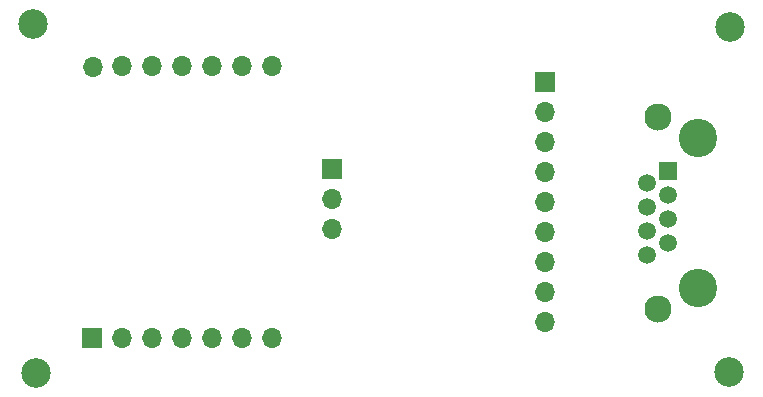
<source format=gbr>
%TF.GenerationSoftware,KiCad,Pcbnew,7.0.8-7.0.8~ubuntu22.04.1*%
%TF.CreationDate,2023-10-19T14:38:34-05:00*%
%TF.ProjectId,rm3100Remote,726d3331-3030-4526-956d-6f74652e6b69,0.0.5*%
%TF.SameCoordinates,Original*%
%TF.FileFunction,Soldermask,Bot*%
%TF.FilePolarity,Negative*%
%FSLAX46Y46*%
G04 Gerber Fmt 4.6, Leading zero omitted, Abs format (unit mm)*
G04 Created by KiCad (PCBNEW 7.0.8-7.0.8~ubuntu22.04.1) date 2023-10-19 14:38:34*
%MOMM*%
%LPD*%
G01*
G04 APERTURE LIST*
%ADD10C,2.500000*%
%ADD11R,1.700000X1.700000*%
%ADD12O,1.700000X1.700000*%
%ADD13C,3.250000*%
%ADD14R,1.500000X1.500000*%
%ADD15C,1.500000*%
%ADD16C,2.300000*%
G04 APERTURE END LIST*
D10*
%TO.C,MK1*%
X-92648800Y72029600D03*
%TD*%
%TO.C,MK2*%
X-33628800Y71749600D03*
%TD*%
D11*
%TO.C,J3*%
X-67310000Y59690000D03*
D12*
X-67310000Y57150000D03*
X-67310000Y54610000D03*
%TD*%
D13*
%TO.C,J1*%
X-36325200Y62378400D03*
X-36325200Y49678400D03*
D14*
X-38865200Y59588400D03*
D15*
X-40645200Y58572400D03*
X-38865200Y57556400D03*
X-40645200Y56540400D03*
X-38865200Y55524400D03*
X-40645200Y54508400D03*
X-38865200Y53492400D03*
X-40645200Y52476400D03*
D16*
X-39755200Y64158400D03*
X-39755200Y47898400D03*
%TD*%
D10*
%TO.C,MK4*%
X-33678800Y42519600D03*
%TD*%
%TO.C,MK3*%
X-92398800Y42469600D03*
%TD*%
D11*
%TO.C,U3*%
X-87658800Y45373200D03*
D12*
X-85118800Y45373200D03*
X-82578800Y45373200D03*
X-80038800Y45373200D03*
X-77498800Y45373200D03*
X-74958800Y45373200D03*
X-72418800Y45373200D03*
X-72418800Y68423200D03*
X-74958800Y68423200D03*
X-77498800Y68423200D03*
X-80038800Y68423200D03*
X-82578800Y68423200D03*
X-85118800Y68423200D03*
X-87579200Y68382000D03*
%TD*%
D11*
%TO.C,J4*%
X-49318800Y67069600D03*
D12*
X-49318800Y64529600D03*
X-49318800Y61989600D03*
X-49318800Y59449600D03*
X-49318800Y56909600D03*
X-49318800Y54369600D03*
X-49318800Y51829600D03*
X-49318800Y49289600D03*
X-49318800Y46749600D03*
%TD*%
M02*

</source>
